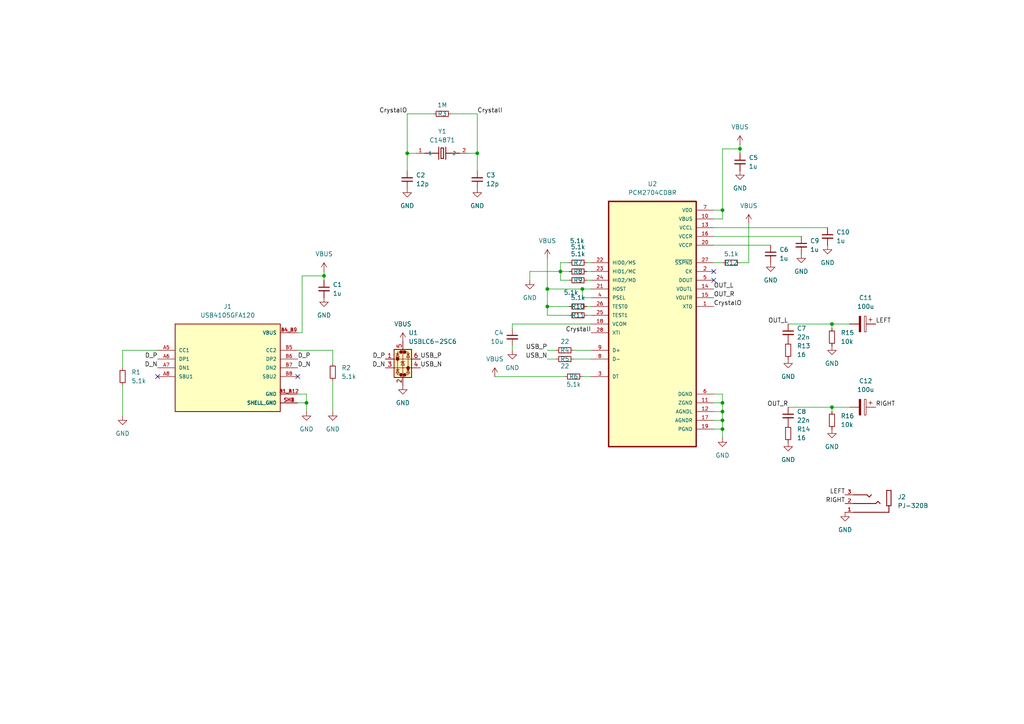
<source format=kicad_sch>
(kicad_sch (version 20231120) (generator "eeschema") (generator_version "8.0")
  (paper "A4")
  (lib_symbols
    (symbol "Device:C_Polarized" (pin_numbers hide) (pin_names (offset 0.254))
      (property "Reference" "C" (at 0.635 2.54 0))
      (property "Value" "C_Polarized" (at 0.635 -2.54 0))
      (symbol "C_Polarized_0_1"
        (rectangle (start -2.286 0.508) (end 2.286 1.016))
        (polyline (pts (xy -1.778 2.286) (xy -0.762 2.286)))
        (polyline (pts (xy -1.27 2.794) (xy -1.27 1.778)))
        (rectangle (start 2.286 -0.508) (end -2.286 -1.016) (fill (type outline)))
      )
      (symbol "C_Polarized_1_1"
        (pin passive line (at 0 3.81 270) (length 2.794) (name "~") (number "1"))
        (pin passive line (at 0 -3.81 90) (length 2.794) (name "~") (number "2"))
      )
    )
    (symbol "Device:C_Small" (pin_numbers hide) (pin_names (offset 0.254) hide)
      (property "Reference" "C" (at 0.254 1.778 0))
      (property "Value" "C_Small" (at 0.254 -2.032 0))
      (symbol "C_Small_0_1"
        (polyline (pts (xy -1.524 -0.508) (xy 1.524 -0.508)) (stroke (width 0.3302)))
        (polyline (pts (xy -1.524 0.508) (xy 1.524 0.508)) (stroke (width 0.3048)))
      )
      (symbol "C_Small_1_1"
        (pin passive line (at 0 2.54 270) (length 2.032) (name "~") (number "1"))
        (pin passive line (at 0 -2.54 90) (length 2.032) (name "~") (number "2"))
      )
    )
    (symbol "Device:R_Small" (pin_numbers hide) (pin_names (offset 0.254) hide)
      (property "Reference" "R" (at 0.762 0.508 0))
      (property "Value" "R_Small" (at 0.762 -1.016 0))
      (symbol "R_Small_0_1"
        (rectangle (start -0.762 1.778) (end 0.762 -1.778) (stroke (width 0.2032)))
      )
      (symbol "R_Small_1_1"
        (pin passive line (at 0 2.54 270) (length 0.762) (name "~") (number "1"))
        (pin passive line (at 0 -2.54 90) (length 0.762) (name "~") (number "2"))
      )
    )
    (symbol "FOXSDLF_120-20:FOXSDLF_120-20" (pin_names (offset 1.016))
      (property "Reference" "Y" (at -3.82 2.292 0))
      (property "Value" "FOXSDLF_120-20" (at -3.8157 -3.8157 0))
      (symbol "FOXSDLF_120-20_0_0"
        (polyline (pts (xy -5.08 0) (xy -1.016 0)) (stroke (width 0.254)))
        (polyline (pts (xy -1.016 0) (xy -1.016 -1.778)) (stroke (width 0.254)))
        (polyline (pts (xy -1.016 1.778) (xy -1.016 0)) (stroke (width 0.254)))
        (polyline (pts (xy -0.381 -1.524) (xy 0.381 -1.524)) (stroke (width 0.254)))
        (polyline (pts (xy -0.381 1.524) (xy -0.381 -1.524)) (stroke (width 0.254)))
        (polyline (pts (xy 0.381 -1.524) (xy 0.381 1.524)) (stroke (width 0.254)))
        (polyline (pts (xy 0.381 1.524) (xy -0.381 1.524)) (stroke (width 0.254)))
        (polyline (pts (xy 1.016 0) (xy 1.016 -1.778)) (stroke (width 0.254)))
        (polyline (pts (xy 1.016 1.778) (xy 1.016 0)) (stroke (width 0.254)))
        (polyline (pts (xy 5.08 0) (xy 1.016 0)) (stroke (width 0.254)))
        (pin passive line (at -7.62 0 0) (length 2.54) (name "1") (number "1"))
        (pin passive line (at 7.62 0 180) (length 2.54) (name "2") (number "2"))
      )
    )
    (symbol "PCM2704CDBR:PCM2704CDBR" (pin_names (offset 1.016))
      (property "Reference" "U" (at -12.7 36.56 0))
      (property "Value" "PCM2704CDBR" (at -12.7 -39.56 0))
      (symbol "PCM2704CDBR_0_0"
        (rectangle (start -12.7 -35.56) (end 12.7 35.56) (stroke (width 0.41)) (fill (type background)))
        (pin output line (at 17.78 5.08 180) (length 5.08) (name "XTO") (number "1"))
        (pin power_in line (at 17.78 30.48 180) (length 5.08) (name "VBUS") (number "10"))
        (pin power_in line (at 17.78 -22.86 180) (length 5.08) (name "ZGND") (number "11"))
        (pin power_in line (at 17.78 -25.4 180) (length 5.08) (name "AGNDL") (number "12"))
        (pin power_in line (at 17.78 27.94 180) (length 5.08) (name "VCCL") (number "13"))
        (pin output line (at 17.78 10.16 180) (length 5.08) (name "VOUTL") (number "14"))
        (pin output line (at 17.78 7.62 180) (length 5.08) (name "VOUTR") (number "15"))
        (pin power_in line (at 17.78 25.4 180) (length 5.08) (name "VCCR") (number "16"))
        (pin power_in line (at 17.78 -27.94 180) (length 5.08) (name "AGNDR") (number "17"))
        (pin input line (at -17.78 0 0) (length 5.08) (name "VCOM") (number "18"))
        (pin power_in line (at 17.78 -30.48 180) (length 5.08) (name "PGND") (number "19"))
        (pin output line (at 17.78 15.24 180) (length 5.08) (name "CK") (number "2"))
        (pin power_in line (at 17.78 22.86 180) (length 5.08) (name "VCCP") (number "20"))
        (pin input line (at -17.78 10.16 0) (length 5.08) (name "HOST") (number "21"))
        (pin input line (at -17.78 17.78 0) (length 5.08) (name "HID0/MS") (number "22"))
        (pin input line (at -17.78 15.24 0) (length 5.08) (name "HID1/MC") (number "23"))
        (pin input line (at -17.78 12.7 0) (length 5.08) (name "HID2/MD") (number "24"))
        (pin input line (at -17.78 2.54 0) (length 5.08) (name "TEST1") (number "25"))
        (pin input line (at -17.78 5.08 0) (length 5.08) (name "TEST0") (number "26"))
        (pin output line (at 17.78 17.78 180) (length 5.08) (name "~{SSPND}") (number "27"))
        (pin input line (at -17.78 -2.54 0) (length 5.08) (name "XTI") (number "28"))
        (pin bidirectional line (at -17.78 -15.24 0) (length 5.08) (name "DT") (number "3"))
        (pin input line (at -17.78 7.62 0) (length 5.08) (name "PSEL") (number "4"))
        (pin output line (at 17.78 12.7 180) (length 5.08) (name "DOUT") (number "5"))
        (pin power_in line (at 17.78 -20.32 180) (length 5.08) (name "DGND") (number "6"))
        (pin power_in line (at 17.78 33.02 180) (length 5.08) (name "VDD") (number "7"))
        (pin bidirectional line (at -17.78 -10.16 0) (length 5.08) (name "D-") (number "8"))
        (pin bidirectional line (at -17.78 -7.62 0) (length 5.08) (name "D+") (number "9"))
      )
    )
    (symbol "PJ-320B:PJ-320B" (pin_names (offset 1.016))
      (property "Reference" "J" (at -5.08 5.08 0))
      (property "Value" "PJ-320B" (at -5.08 -7.62 0))
      (symbol "PJ-320B_0_0"
        (polyline (pts (xy -5.715 -3.81) (xy -5.715 0.635)) (stroke (width 0.254)))
        (polyline (pts (xy -5.715 0.635) (xy -5.08 0.635)) (stroke (width 0.254)))
        (polyline (pts (xy -5.08 0.635) (xy -4.445 0.635)) (stroke (width 0.254)))
        (polyline (pts (xy -5.08 2.54) (xy -5.08 0.635)) (stroke (width 0.254)))
        (polyline (pts (xy -4.445 -3.81) (xy -5.715 -3.81)) (stroke (width 0.254)))
        (polyline (pts (xy -4.445 0.635) (xy -4.445 -3.81)) (stroke (width 0.254)))
        (polyline (pts (xy -1.905 -0.635) (xy -2.54 0)) (stroke (width 0.254)))
        (polyline (pts (xy -1.27 0) (xy -1.905 -0.635)) (stroke (width 0.254)))
        (polyline (pts (xy 0.635 -1.905) (xy 0 -2.54)) (stroke (width 0.254)))
        (polyline (pts (xy 1.27 -2.54) (xy 0.635 -1.905)) (stroke (width 0.254)))
        (polyline (pts (xy 5.08 -2.54) (xy 1.27 -2.54)) (stroke (width 0.254)))
        (polyline (pts (xy 5.08 0) (xy -1.27 0)) (stroke (width 0.254)))
        (polyline (pts (xy 5.08 2.54) (xy -5.08 2.54)) (stroke (width 0.254)))
        (pin passive line (at 7.62 2.54 180) (length 2.54) (name "~") (number "1"))
        (pin passive line (at 7.62 0 180) (length 2.54) (name "~") (number "2"))
        (pin passive line (at 7.62 -2.54 180) (length 2.54) (name "~") (number "3"))
      )
    )
    (symbol "Power_Protection:USBLC6-2SC6" (pin_names hide)
      (property "Reference" "U" (at 0.635 5.715 0))
      (property "Value" "USBLC6-2SC6" (at 0.635 3.81 0))
      (symbol "USBLC6-2SC6_0_0"
        (circle (center -1.524 0) (radius 0.0001) (stroke (width 0.508)))
        (circle (center -0.508 -4.572) (radius 0.0001) (stroke (width 0.508)))
        (circle (center -0.508 2.032) (radius 0.0001) (stroke (width 0.508)))
        (circle (center 0.508 -4.572) (radius 0.0001) (stroke (width 0.508)))
        (circle (center 0.508 2.032) (radius 0.0001) (stroke (width 0.508)))
        (circle (center 1.524 -2.54) (radius 0.0001) (stroke (width 0.508)))
      )
      (symbol "USBLC6-2SC6_0_1"
        (polyline (pts (xy -2.54 -2.54) (xy 2.54 -2.54)))
        (polyline (pts (xy -2.54 0) (xy 2.54 0)))
        (polyline (pts (xy -2.032 -3.048) (xy -1.016 -3.048)))
        (polyline (pts (xy -1.016 1.524) (xy -2.032 1.524)))
        (polyline (pts (xy 1.016 -3.048) (xy 2.032 -3.048)))
        (polyline (pts (xy 1.016 1.524) (xy 2.032 1.524)))
        (polyline (pts (xy -0.508 -1.143) (xy -0.508 -0.762) (xy 0.508 -0.762)))
        (polyline (pts (xy -2.032 0.508) (xy -1.016 0.508) (xy -1.524 1.524) (xy -2.032 0.508)))
        (polyline (pts (xy -1.016 -4.064) (xy -2.032 -4.064) (xy -1.524 -3.048) (xy -1.016 -4.064)))
        (polyline (pts (xy 0.508 -1.778) (xy -0.508 -1.778) (xy 0 -0.762) (xy 0.508 -1.778)))
        (polyline (pts (xy 2.032 -4.064) (xy 1.016 -4.064) (xy 1.524 -3.048) (xy 2.032 -4.064)))
        (polyline (pts (xy 2.032 0.508) (xy 1.016 0.508) (xy 1.524 1.524) (xy 2.032 0.508)))
        (polyline (pts (xy 0 2.54) (xy -0.508 2.032) (xy 0.508 2.032) (xy 0 1.524) (xy 0 -4.064) (xy -0.508 -4.572) (xy 0.508 -4.572) (xy 0 -5.08)))
      )
      (symbol "USBLC6-2SC6_1_1"
        (rectangle (start -2.54 2.794) (end 2.54 -5.334) (stroke (width 0.254)) (fill (type background)))
        (polyline (pts (xy -0.508 2.032) (xy -1.524 2.032) (xy -1.524 -4.572) (xy -0.508 -4.572)))
        (polyline (pts (xy 0.508 -4.572) (xy 1.524 -4.572) (xy 1.524 2.032) (xy 0.508 2.032)))
        (pin passive line (at -5.08 0 0) (length 2.54) (name "I/O1") (number "1"))
        (pin passive line (at 0 -7.62 90) (length 2.54) (name "GND") (number "2"))
        (pin passive line (at -5.08 -2.54 0) (length 2.54) (name "I/O2") (number "3"))
        (pin passive line (at 5.08 -2.54 180) (length 2.54) (name "I/O2") (number "4"))
        (pin passive line (at 0 5.08 270) (length 2.54) (name "VBUS") (number "5"))
        (pin passive line (at 5.08 0 180) (length 2.54) (name "I/O1") (number "6"))
      )
    )
    (symbol "USB4105GFA120:USB4105GFA120" (pin_names (offset 1.016))
      (property "Reference" "J" (at -15.24 13.97 0))
      (property "Value" "USB4105GFA120" (at -15.24 -15.24 0))
      (symbol "USB4105GFA120_0_0"
        (rectangle (start -15.24 -12.7) (end 15.24 12.7) (stroke (width 0.254)) (fill (type background)))
        (pin power_in line (at 20.32 -7.62 180) (length 5.08) (name "GND") (number "A1_B12"))
        (pin power_in line (at 20.32 10.16 180) (length 5.08) (name "VBUS") (number "A4_B9"))
        (pin bidirectional line (at -20.32 5.08 0) (length 5.08) (name "CC1") (number "A5"))
        (pin bidirectional line (at -20.32 2.54 0) (length 5.08) (name "DP1") (number "A6"))
        (pin bidirectional line (at -20.32 0 0) (length 5.08) (name "DN1") (number "A7"))
        (pin bidirectional line (at -20.32 -2.54 0) (length 5.08) (name "SBU1") (number "A8"))
        (pin power_in line (at 20.32 -7.62 180) (length 5.08) (name "GND") (number "B1_A12"))
        (pin power_in line (at 20.32 10.16 180) (length 5.08) (name "VBUS") (number "B4_A9"))
        (pin bidirectional line (at 20.32 5.08 180) (length 5.08) (name "CC2") (number "B5"))
        (pin bidirectional line (at 20.32 2.54 180) (length 5.08) (name "DP2") (number "B6"))
        (pin bidirectional line (at 20.32 0 180) (length 5.08) (name "DN2") (number "B7"))
        (pin bidirectional line (at 20.32 -2.54 180) (length 5.08) (name "SBU2") (number "B8"))
        (pin power_in line (at 20.32 -10.16 180) (length 5.08) (name "SHELL_GND") (number "SH1"))
        (pin power_in line (at 20.32 -10.16 180) (length 5.08) (name "SHELL_GND") (number "SH2"))
        (pin power_in line (at 20.32 -10.16 180) (length 5.08) (name "SHELL_GND") (number "SH3"))
        (pin power_in line (at 20.32 -10.16 180) (length 5.08) (name "SHELL_GND") (number "SH4"))
      )
    )
    (symbol "power:GND" (power) (pin_numbers hide) (pin_names (offset 0) hide)
      (property "Value" "GND" (at 0 -3.81 0))
      (symbol "GND_0_1"
        (polyline (pts (xy 0 0) (xy 0 -1.27) (xy 1.27 -1.27) (xy 0 -2.54) (xy -1.27 -1.27) (xy 0 -1.27)))
      )
      (symbol "GND_1_1"
        (pin power_in line (at 0 0 270) (length 0) (name "~") (number "1"))
      )
    )
    (symbol "power:VBUS" (power) (pin_numbers hide) (pin_names (offset 0) hide)
      (property "Value" "VBUS" (at 0 3.556 0))
      (symbol "VBUS_0_1"
        (polyline (pts (xy -0.762 1.27) (xy 0 2.54)))
        (polyline (pts (xy 0 0) (xy 0 2.54)))
        (polyline (pts (xy 0 2.54) (xy 0.762 1.27)))
      )
      (symbol "VBUS_1_1"
        (pin power_in line (at 0 0 90) (length 0) (name "~") (number "1"))
      )
    )
  )
  (junction (at 209.55 119.38))
  (junction (at 93.98 80.01))
  (junction (at 209.55 60.96))
  (junction (at 162.56 78.74))
  (junction (at 214.63 43.18))
  (junction (at 209.55 124.46))
  (junction (at 158.75 88.9))
  (junction (at 88.9 116.84))
  (junction (at 118.11 44.45))
  (junction (at 168.91 83.82))
  (junction (at 241.3 93.98))
  (junction (at 209.55 116.84))
  (junction (at 138.43 44.45))
  (junction (at 241.3 118.11))
  (junction (at 158.75 83.82))
  (junction (at 209.55 121.92))
  (no_connect (at 45.72 109.22))
  (no_connect (at 207.01 81.28))
  (no_connect (at 207.01 78.74))
  (no_connect (at 86.36 109.22))
  (wire (pts (xy 207.01 68.58) (xy 232.41 68.58)))
  (wire (pts (xy 138.43 33.02) (xy 138.43 44.45)))
  (wire (pts (xy 207.01 71.12) (xy 223.52 71.12)))
  (wire (pts (xy 118.11 44.45) (xy 118.11 49.53)))
  (wire (pts (xy 162.56 76.2) (xy 162.56 78.74)))
  (wire (pts (xy 158.75 83.82) (xy 168.91 83.82)))
  (wire (pts (xy 217.17 64.77) (xy 217.17 76.2)))
  (wire (pts (xy 96.52 110.49) (xy 96.52 119.38)))
  (wire (pts (xy 207.01 63.5) (xy 209.55 63.5)))
  (wire (pts (xy 162.56 78.74) (xy 165.1 78.74)))
  (wire (pts (xy 241.3 119.38) (xy 241.3 118.11)))
  (wire (pts (xy 135.89 44.45) (xy 138.43 44.45)))
  (wire (pts (xy 35.56 101.6) (xy 35.56 106.68)))
  (wire (pts (xy 228.6 93.98) (xy 241.3 93.98)))
  (wire (pts (xy 143.51 109.22) (xy 163.83 109.22)))
  (wire (pts (xy 170.18 91.44) (xy 171.45 91.44)))
  (wire (pts (xy 130.81 33.02) (xy 138.43 33.02)))
  (wire (pts (xy 209.55 43.18) (xy 209.55 60.96)))
  (wire (pts (xy 171.45 83.82) (xy 168.91 83.82)))
  (wire (pts (xy 86.36 101.6) (xy 96.52 101.6)))
  (wire (pts (xy 209.55 124.46) (xy 209.55 127)))
  (wire (pts (xy 153.67 81.28) (xy 153.67 78.74)))
  (wire (pts (xy 241.3 95.25) (xy 241.3 93.98)))
  (wire (pts (xy 209.55 119.38) (xy 209.55 121.92)))
  (wire (pts (xy 209.55 121.92) (xy 209.55 124.46)))
  (wire (pts (xy 45.72 101.6) (xy 35.56 101.6)))
  (wire (pts (xy 214.63 41.91) (xy 214.63 43.18)))
  (wire (pts (xy 165.1 88.9) (xy 158.75 88.9)))
  (wire (pts (xy 162.56 81.28) (xy 162.56 78.74)))
  (wire (pts (xy 207.01 76.2) (xy 209.55 76.2)))
  (wire (pts (xy 170.18 78.74) (xy 171.45 78.74)))
  (wire (pts (xy 86.36 96.52) (xy 87.63 96.52)))
  (wire (pts (xy 207.01 116.84) (xy 209.55 116.84)))
  (wire (pts (xy 166.37 104.14) (xy 171.45 104.14)))
  (wire (pts (xy 153.67 78.74) (xy 162.56 78.74)))
  (wire (pts (xy 170.18 81.28) (xy 171.45 81.28)))
  (wire (pts (xy 209.55 114.3) (xy 209.55 116.84)))
  (wire (pts (xy 207.01 66.04) (xy 240.03 66.04)))
  (wire (pts (xy 166.37 101.6) (xy 171.45 101.6)))
  (wire (pts (xy 214.63 43.18) (xy 214.63 44.45)))
  (wire (pts (xy 165.1 76.2) (xy 162.56 76.2)))
  (wire (pts (xy 168.91 83.82) (xy 168.91 86.36)))
  (wire (pts (xy 209.55 116.84) (xy 209.55 119.38)))
  (wire (pts (xy 86.36 114.3) (xy 88.9 114.3)))
  (wire (pts (xy 171.45 93.98) (xy 148.59 93.98)))
  (wire (pts (xy 217.17 76.2) (xy 214.63 76.2)))
  (wire (pts (xy 209.55 60.96) (xy 207.01 60.96)))
  (wire (pts (xy 207.01 114.3) (xy 209.55 114.3)))
  (wire (pts (xy 228.6 118.11) (xy 241.3 118.11)))
  (wire (pts (xy 35.56 111.76) (xy 35.56 120.65)))
  (wire (pts (xy 207.01 119.38) (xy 209.55 119.38)))
  (wire (pts (xy 158.75 91.44) (xy 158.75 88.9)))
  (wire (pts (xy 158.75 88.9) (xy 158.75 83.82)))
  (wire (pts (xy 207.01 121.92) (xy 209.55 121.92)))
  (wire (pts (xy 118.11 33.02) (xy 118.11 44.45)))
  (wire (pts (xy 165.1 91.44) (xy 158.75 91.44)))
  (wire (pts (xy 88.9 119.38) (xy 88.9 116.84)))
  (wire (pts (xy 209.55 63.5) (xy 209.55 60.96)))
  (wire (pts (xy 158.75 74.93) (xy 158.75 83.82)))
  (wire (pts (xy 158.75 104.14) (xy 161.29 104.14)))
  (wire (pts (xy 168.91 86.36) (xy 171.45 86.36)))
  (wire (pts (xy 148.59 100.33) (xy 148.59 101.6)))
  (wire (pts (xy 120.65 44.45) (xy 118.11 44.45)))
  (wire (pts (xy 138.43 44.45) (xy 138.43 49.53)))
  (wire (pts (xy 209.55 43.18) (xy 214.63 43.18)))
  (wire (pts (xy 165.1 81.28) (xy 162.56 81.28)))
  (wire (pts (xy 93.98 80.01) (xy 93.98 81.28)))
  (wire (pts (xy 241.3 93.98) (xy 246.38 93.98)))
  (wire (pts (xy 87.63 96.52) (xy 87.63 80.01)))
  (wire (pts (xy 96.52 101.6) (xy 96.52 105.41)))
  (wire (pts (xy 170.18 76.2) (xy 171.45 76.2)))
  (wire (pts (xy 88.9 116.84) (xy 88.9 114.3)))
  (wire (pts (xy 93.98 78.74) (xy 93.98 80.01)))
  (wire (pts (xy 148.59 93.98) (xy 148.59 95.25)))
  (wire (pts (xy 125.73 33.02) (xy 118.11 33.02)))
  (wire (pts (xy 207.01 124.46) (xy 209.55 124.46)))
  (wire (pts (xy 241.3 118.11) (xy 246.38 118.11)))
  (wire (pts (xy 170.18 88.9) (xy 171.45 88.9)))
  (wire (pts (xy 168.91 109.22) (xy 171.45 109.22)))
  (wire (pts (xy 86.36 116.84) (xy 88.9 116.84)))
  (wire (pts (xy 87.63 80.01) (xy 93.98 80.01)))
  (wire (pts (xy 158.75 101.6) (xy 161.29 101.6)))
  (label "USB_P" (at 121.92 104.14 0))
  (label "RIGHT" (at 245.11 146.05 180))
  (label "CrystalO" (at 207.01 88.9 0))
  (label "CrystalI" (at 138.43 33.02 0))
  (label "OUT_R" (at 207.01 86.36 0))
  (label "D_P" (at 86.36 104.14 0))
  (label "USB_N" (at 121.92 106.68 0))
  (label "D_N" (at 111.76 106.68 180))
  (label "D_N" (at 45.72 106.68 180))
  (label "D_P" (at 111.76 104.14 180))
  (label "LEFT" (at 245.11 143.51 180))
  (label "OUT_R" (at 228.6 118.11 180))
  (label "OUT_L" (at 207.01 83.82 0))
  (label "LEFT" (at 254 93.98 0))
  (label "CrystalI" (at 171.45 96.52 180))
  (label "D_P" (at 45.72 104.14 180))
  (label "CrystalO" (at 118.11 33.02 180))
  (label "USB_N" (at 158.75 104.14 180))
  (label "D_N" (at 86.36 106.68 0))
  (label "OUT_L" (at 228.6 93.98 180))
  (label "USB_P" (at 158.75 101.6 180))
  (label "RIGHT" (at 254 118.11 0))
  (symbol (lib_id "PCM2704CDBR:PCM2704CDBR") (at 189.23 93.98 0) (unit 1)
    (property "Reference" "U2" (at 189.23 53.34 0))
    (property "Value" "PCM2704CDBR" (at 189.23 55.88 0))
    (property "Footprint" "PCM2704CDBR:SOP65P780X200-28N" (effects (hide yes)))
    (property "MF" "Texas Instruments" (effects (hide yes)))
    (property "Description_1" "\n                        \n                            98dB SNR Stereo Full Speed DAC with line-out & S/PDIF output, Bus/Self-powered (Ext. ROM Interface)\n                        \n" (effects (hide yes)))
    (property "Package" "SSOP-28 Texas Instruments" (effects (hide yes)))
    (property "Price" "None" (effects (hide yes)))
    (property "SnapEDA_Link" "https://www.snapeda.com/parts/PCM2704CDBR/Texas+Instruments/view-part/?ref=snap" (effects (hide yes)))
    (property "MP" "PCM2704CDBR" (effects (hide yes)))
    (property "Availability" "In Stock" (effects (hide yes)))
    (property "Check_prices" "https://www.snapeda.com/parts/PCM2704CDBR/Texas+Instruments/view-part/?ref=eda" (effects (hide yes)))
  )
  (symbol (lib_id "power:GND") (at 245.11 148.59 0) (unit 1)
    (property "Reference" "#PWR025" (effects (hide yes)))
    (property "Value" "GND" (at 245.11 153.67 0))
    (property "Description" "Power symbol creates a global label with name \"GND\" , ground" (effects (hide yes)))
  )
  (symbol (lib_id "power:GND") (at 240.03 71.12 0) (unit 1)
    (property "Reference" "#PWR022" (effects (hide yes)))
    (property "Value" "GND" (at 240.03 76.2 0))
    (property "Description" "Power symbol creates a global label with name \"GND\" , ground" (effects (hide yes)))
  )
  (symbol (lib_id "Device:R_Small") (at 241.3 121.92 0) (unit 1)
    (property "Reference" "R16" (at 243.84 120.6499 0) (effects (justify left)))
    (property "Value" "10k" (at 243.84 123.1899 0) (effects (justify left)))
    (property "Footprint" "Resistor_SMD:R_0603_1608Metric_Pad0.98x0.95mm_HandSolder" (effects (hide yes)))
    (property "Description" "Resistor, small symbol" (effects (hide yes)))
  )
  (symbol (lib_id "Device:C_Small") (at 223.52 73.66 0) (unit 1)
    (property "Reference" "C6" (at 226.06 72.3962 0) (effects (justify left)))
    (property "Value" "1u" (at 226.06 74.9362 0) (effects (justify left)))
    (property "Footprint" "Capacitor_SMD:C_0805_2012Metric_Pad1.18x1.45mm_HandSolder" (effects (hide yes)))
    (property "Description" "Unpolarized capacitor, small symbol" (effects (hide yes)))
  )
  (symbol (lib_id "Power_Protection:USBLC6-2SC6") (at 116.84 104.14 0) (unit 1)
    (property "Reference" "U1" (at 118.4911 96.52 0) (effects (justify left)))
    (property "Value" "USBLC6-2SC6" (at 118.4911 99.06 0) (effects (justify left)))
    (property "Footprint" "Package_TO_SOT_SMD:SOT-23-6" (effects (hide yes)))
    (property "Datasheet" "https://www.st.com/resource/en/datasheet/usblc6-2.pdf" (effects (hide yes)))
    (property "Description" "Very low capacitance ESD protection diode, 2 data-line, SOT-23-6" (effects (hide yes)))
  )
  (symbol (lib_id "Device:R_Small") (at 35.56 109.22 0) (unit 1)
    (property "Reference" "R1" (at 38.1 107.9499 0) (effects (justify left)))
    (property "Value" "5.1k" (at 38.1 110.4899 0) (effects (justify left)))
    (property "Footprint" "Resistor_SMD:R_0603_1608Metric_Pad0.98x0.95mm_HandSolder" (effects (hide yes)))
    (property "Description" "Resistor, small symbol" (effects (hide yes)))
  )
  (symbol (lib_id "power:GND") (at 228.6 128.27 0) (unit 1)
    (property "Reference" "#PWR020" (effects (hide yes)))
    (property "Value" "GND" (at 228.6 133.35 0))
    (property "Description" "Power symbol creates a global label with name \"GND\" , ground" (effects (hide yes)))
  )
  (symbol (lib_id "power:VBUS") (at 93.98 78.74 0) (unit 1)
    (property "Reference" "#PWR03" (effects (hide yes)))
    (property "Value" "VBUS" (at 93.98 73.66 0))
    (property "Description" "Power symbol creates a global label with name \"VBUS\"" (effects (hide yes)))
  )
  (symbol (lib_id "Device:C_Small") (at 214.63 46.99 0) (unit 1)
    (property "Reference" "C5" (at 217.17 45.7262 0) (effects (justify left)))
    (property "Value" "1u" (at 217.17 48.2662 0) (effects (justify left)))
    (property "Footprint" "Capacitor_SMD:C_0805_2012Metric_Pad1.18x1.45mm_HandSolder" (effects (hide yes)))
    (property "Description" "Unpolarized capacitor, small symbol" (effects (hide yes)))
  )
  (symbol (lib_id "Device:R_Small") (at 96.52 107.95 0) (unit 1)
    (property "Reference" "R2" (at 99.06 106.6799 0) (effects (justify left)))
    (property "Value" "5.1k" (at 99.06 109.2199 0) (effects (justify left)))
    (property "Footprint" "Resistor_SMD:R_0603_1608Metric_Pad0.98x0.95mm_HandSolder" (effects (hide yes)))
    (property "Description" "Resistor, small symbol" (effects (hide yes)))
  )
  (symbol (lib_id "Device:R_Small") (at 212.09 76.2 90) (unit 1)
    (property "Reference" "R12" (at 212.09 76.2 90))
    (property "Value" "5.1k" (at 212.09 73.66 90))
    (property "Footprint" "Resistor_SMD:R_0603_1608Metric_Pad0.98x0.95mm_HandSolder" (effects (hide yes)))
    (property "Description" "Resistor, small symbol" (effects (hide yes)))
  )
  (symbol (lib_id "Device:R_Small") (at 167.64 78.74 90) (unit 1)
    (property "Reference" "R8" (at 167.64 78.74 90))
    (property "Value" "5.1k" (at 167.386 69.85 90))
    (property "Footprint" "Resistor_SMD:R_0603_1608Metric_Pad0.98x0.95mm_HandSolder" (effects (hide yes)))
    (property "Description" "Resistor, small symbol" (effects (hide yes)))
  )
  (symbol (lib_id "Device:C_Small") (at 240.03 68.58 0) (unit 1)
    (property "Reference" "C10" (at 242.57 67.3162 0) (effects (justify left)))
    (property "Value" "1u" (at 242.57 69.8562 0) (effects (justify left)))
    (property "Footprint" "Capacitor_SMD:C_0805_2012Metric_Pad1.18x1.45mm_HandSolder" (effects (hide yes)))
    (property "Description" "Unpolarized capacitor, small symbol" (effects (hide yes)))
  )
  (symbol (lib_id "Device:C_Small") (at 138.43 52.07 180) (unit 1)
    (property "Reference" "C3" (at 140.97 50.7935 0) (effects (justify right)))
    (property "Value" "12p" (at 140.97 53.3335 0) (effects (justify right)))
    (property "Footprint" "Capacitor_SMD:C_0603_1608Metric_Pad1.08x0.95mm_HandSolder" (effects (hide yes)))
    (property "Description" "Unpolarized capacitor, small symbol" (effects (hide yes)))
  )
  (symbol (lib_id "power:GND") (at 96.52 119.38 0) (unit 1)
    (property "Reference" "#PWR05" (effects (hide yes)))
    (property "Value" "GND" (at 96.52 124.46 0))
    (property "Description" "Power symbol creates a global label with name \"GND\" , ground" (effects (hide yes)))
  )
  (symbol (lib_id "Device:R_Small") (at 166.37 109.22 90) (unit 1)
    (property "Reference" "R6" (at 166.37 109.22 90))
    (property "Value" "5.1k" (at 166.37 111.506 90))
    (property "Footprint" "Resistor_SMD:R_0603_1608Metric_Pad0.98x0.95mm_HandSolder" (effects (hide yes)))
    (property "Description" "Resistor, small symbol" (effects (hide yes)))
  )
  (symbol (lib_id "power:GND") (at 148.59 101.6 0) (unit 1)
    (property "Reference" "#PWR011" (effects (hide yes)))
    (property "Value" "GND" (at 148.59 106.68 0))
    (property "Description" "Power symbol creates a global label with name \"GND\" , ground" (effects (hide yes)))
  )
  (symbol (lib_id "power:GND") (at 241.3 124.46 0) (unit 1)
    (property "Reference" "#PWR024" (effects (hide yes)))
    (property "Value" "GND" (at 241.3 129.54 0))
    (property "Description" "Power symbol creates a global label with name \"GND\" , ground" (effects (hide yes)))
  )
  (symbol (lib_id "power:VBUS") (at 214.63 41.91 0) (unit 1)
    (property "Reference" "#PWR015" (effects (hide yes)))
    (property "Value" "VBUS" (at 214.63 36.83 0))
    (property "Description" "Power symbol creates a global label with name \"VBUS\"" (effects (hide yes)))
  )
  (symbol (lib_id "Device:C_Small") (at 228.6 96.52 0) (unit 1)
    (property "Reference" "C7" (at 231.14 95.2562 0) (effects (justify left)))
    (property "Value" "22n" (at 231.14 97.7962 0) (effects (justify left)))
    (property "Footprint" "Capacitor_SMD:C_0603_1608Metric_Pad1.08x0.95mm_HandSolder" (effects (hide yes)))
    (property "Description" "Unpolarized capacitor, small symbol" (effects (hide yes)))
  )
  (symbol (lib_id "power:VBUS") (at 217.17 64.77 0) (unit 1)
    (property "Reference" "#PWR017" (effects (hide yes)))
    (property "Value" "VBUS" (at 217.17 59.69 0))
    (property "Description" "Power symbol creates a global label with name \"VBUS\"" (effects (hide yes)))
  )
  (symbol (lib_id "power:VBUS") (at 143.51 109.22 0) (unit 1)
    (property "Reference" "#PWR010" (effects (hide yes)))
    (property "Value" "VBUS" (at 143.51 104.14 0))
    (property "Description" "Power symbol creates a global label with name \"VBUS\"" (effects (hide yes)))
  )
  (symbol (lib_id "Device:R_Small") (at 167.64 91.44 90) (unit 1)
    (property "Reference" "R11" (at 167.64 91.44 90))
    (property "Value" "5.1k" (at 165.608 84.836 90))
    (property "Footprint" "Resistor_SMD:R_0603_1608Metric_Pad0.98x0.95mm_HandSolder" (effects (hide yes)))
    (property "Description" "Resistor, small symbol" (effects (hide yes)))
  )
  (symbol (lib_id "power:GND") (at 138.43 54.61 0) (unit 1)
    (property "Reference" "#PWR09" (effects (hide yes)))
    (property "Value" "GND" (at 138.43 59.69 0))
    (property "Description" "Power symbol creates a global label with name \"GND\" , ground" (effects (hide yes)))
  )
  (symbol (lib_id "power:GND") (at 153.67 81.28 0) (unit 1)
    (property "Reference" "#PWR012" (effects (hide yes)))
    (property "Value" "GND" (at 153.67 86.36 0))
    (property "Description" "Power symbol creates a global label with name \"GND\" , ground" (effects (hide yes)))
  )
  (symbol (lib_id "power:GND") (at 209.55 127 0) (unit 1)
    (property "Reference" "#PWR014" (effects (hide yes)))
    (property "Value" "GND" (at 209.55 132.08 0))
    (property "Description" "Power symbol creates a global label with name \"GND\" , ground" (effects (hide yes)))
  )
  (symbol (lib_id "Device:R_Small") (at 228.6 101.6 0) (unit 1)
    (property "Reference" "R13" (at 231.14 100.3299 0) (effects (justify left)))
    (property "Value" "16" (at 231.14 102.8699 0) (effects (justify left)))
    (property "Footprint" "Resistor_SMD:R_0603_1608Metric_Pad0.98x0.95mm_HandSolder" (effects (hide yes)))
    (property "Description" "Resistor, small symbol" (effects (hide yes)))
  )
  (symbol (lib_id "Device:C_Small") (at 148.59 97.79 0) (mirror y) (unit 1)
    (property "Reference" "C4" (at 146.05 96.5262 0) (effects (justify left)))
    (property "Value" "10u" (at 146.05 99.0662 0) (effects (justify left)))
    (property "Footprint" "Capacitor_SMD:C_0805_2012Metric_Pad1.18x1.45mm_HandSolder" (effects (hide yes)))
    (property "Description" "Unpolarized capacitor, small symbol" (effects (hide yes)))
  )
  (symbol (lib_id "power:GND") (at 241.3 100.33 0) (unit 1)
    (property "Reference" "#PWR023" (effects (hide yes)))
    (property "Value" "GND" (at 241.3 105.41 0))
    (property "Description" "Power symbol creates a global label with name \"GND\" , ground" (effects (hide yes)))
  )
  (symbol (lib_id "FOXSDLF_120-20:FOXSDLF_120-20") (at 128.27 44.45 0) (unit 1)
    (property "Reference" "Y1" (at 128.27 38.1 0))
    (property "Value" "C14871" (at 128.27 40.64 0))
    (property "Footprint" "FOXSDLF_120-20:XTAL1170X500X450" (effects (hide yes)))
    (property "MF" "Fox Electronics" (effects (hide yes)))
    (property "Description_1" "\n                        \n                            CRYSTAL, 12MHz, 20PF, SMD; Frequency:12MHz; Frequency Tolerance:± 30ppm; Load Capacitance:20pF; Operating Temperature Range:-20°C to +70°C; Crystal Mounting Type:SMD; Crystal Case Type:HC-49S; No. of Pins:2; MSL:MSL 1 - Unlimited\n                        \n" (effects (hide yes)))
    (property "Package" "HC49SD Fox Electronics" (effects (hide yes)))
    (property "Price" "None" (effects (hide yes)))
    (property "Check_prices" "https://www.snapeda.com/parts/FOXSDLF/120-20/Fox+Electronics/view-part/?ref=eda" (effects (hide yes)))
    (property "SnapEDA_Link" "https://www.snapeda.com/parts/FOXSDLF/120-20/Fox+Electronics/view-part/?ref=snap" (effects (hide yes)))
    (property "MP" "FOXSDLF/120-20" (effects (hide yes)))
    (property "Availability" "Not in stock" (effects (hide yes)))
    (property "MANUFACTURER" "Fox Electronics" (effects (hide yes)))
  )
  (symbol (lib_id "power:GND") (at 35.56 120.65 0) (unit 1)
    (property "Reference" "#PWR01" (effects (hide yes)))
    (property "Value" "GND" (at 35.56 125.73 0))
    (property "Description" "Power symbol creates a global label with name \"GND\" , ground" (effects (hide yes)))
  )
  (symbol (lib_id "power:GND") (at 116.84 111.76 0) (unit 1)
    (property "Reference" "#PWR07" (effects (hide yes)))
    (property "Value" "GND" (at 116.84 116.84 0))
    (property "Description" "Power symbol creates a global label with name \"GND\" , ground" (effects (hide yes)))
  )
  (symbol (lib_id "Device:R_Small") (at 163.83 104.14 270) (unit 1)
    (property "Reference" "R5" (at 163.83 104.14 90))
    (property "Value" "22" (at 163.83 106.172 90))
    (property "Footprint" "Resistor_SMD:R_0603_1608Metric_Pad0.98x0.95mm_HandSolder" (effects (hide yes)))
    (property "Description" "Resistor, small symbol" (effects (hide yes)))
  )
  (symbol (lib_id "USB4105GFA120:USB4105GFA120") (at 66.04 106.68 0) (unit 1)
    (property "Reference" "J1" (at 66.04 88.9 0))
    (property "Value" "USB4105GFA120" (at 66.04 91.44 0))
    (property "Footprint" "USB4105GFA120:GCT_USB4105GFA120" (effects (hide yes)))
    (property "MF" "Global Connector Technology" (effects (hide yes)))
    (property "MAXIMUM_PACKAGE_HEIGHT" "3.31mm" (effects (hide yes)))
    (property "Package" "None" (effects (hide yes)))
    (property "Price" "None" (effects (hide yes)))
    (property "Check_prices" "https://www.snapeda.com/parts/USB4105GFA120/Global+Connector+Technology/view-part/?ref=eda" (effects (hide yes)))
    (property "STANDARD" "Manufacturer Recommendations" (effects (hide yes)))
    (property "PARTREV" "B3" (effects (hide yes)))
    (property "SnapEDA_Link" "https://www.snapeda.com/parts/USB4105GFA120/Global+Connector+Technology/view-part/?ref=snap" (effects (hide yes)))
    (property "MP" "USB4105GFA120" (effects (hide yes)))
    (property "Description_1" "\n                        \n                            USB CONN, 2.0 TYPE C, RCPT, 16POS, SMT; USB Connector Type:USB Type C; USB Standard:USB 2.0; Gender:Receptacle; No. of Positions:16Positions; Connector Mounting:Surface Mount, Through Hole Mount; Orientation:Right Angle RoHS Compliant: Yes\n                        \n" (effects (hide yes)))
    (property "Availability" "Not in stock" (effects (hide yes)))
    (property "MANUFACTURER" "Global Connector Technology" (effects (hide yes)))
  )
  (symbol (lib_id "Device:R_Small") (at 128.27 33.02 90) (unit 1)
    (property "Reference" "R3" (at 128.27 33.02 90))
    (property "Value" "1M" (at 128.27 30.48 90))
    (property "Footprint" "Resistor_SMD:R_0603_1608Metric_Pad0.98x0.95mm_HandSolder" (effects (hide yes)))
    (property "Description" "Resistor, small symbol" (effects (hide yes)))
  )
  (symbol (lib_id "Device:C_Small") (at 228.6 120.65 0) (unit 1)
    (property "Reference" "C8" (at 231.14 119.3862 0) (effects (justify left)))
    (property "Value" "22n" (at 231.14 121.9262 0) (effects (justify left)))
    (property "Footprint" "Capacitor_SMD:C_0603_1608Metric_Pad1.08x0.95mm_HandSolder" (effects (hide yes)))
    (property "Description" "Unpolarized capacitor, small symbol" (effects (hide yes)))
  )
  (symbol (lib_id "Device:C_Small") (at 232.41 71.12 0) (unit 1)
    (property "Reference" "C9" (at 234.95 69.8562 0) (effects (justify left)))
    (property "Value" "1u" (at 234.95 72.3962 0) (effects (justify left)))
    (property "Footprint" "Capacitor_SMD:C_0805_2012Metric_Pad1.18x1.45mm_HandSolder" (effects (hide yes)))
    (property "Description" "Unpolarized capacitor, small symbol" (effects (hide yes)))
  )
  (symbol (lib_id "power:GND") (at 232.41 73.66 0) (unit 1)
    (property "Reference" "#PWR021" (effects (hide yes)))
    (property "Value" "GND" (at 232.41 78.74 0))
    (property "Description" "Power symbol creates a global label with name \"GND\" , ground" (effects (hide yes)))
  )
  (symbol (lib_id "power:VBUS") (at 116.84 99.06 0) (unit 1)
    (property "Reference" "#PWR06" (effects (hide yes)))
    (property "Value" "VBUS" (at 116.84 93.98 0))
    (property "Description" "Power symbol creates a global label with name \"VBUS\"" (effects (hide yes)))
  )
  (symbol (lib_id "power:GND") (at 223.52 76.2 0) (unit 1)
    (property "Reference" "#PWR018" (effects (hide yes)))
    (property "Value" "GND" (at 223.52 81.28 0))
    (property "Description" "Power symbol creates a global label with name \"GND\" , ground" (effects (hide yes)))
  )
  (symbol (lib_id "PJ-320B:PJ-320B") (at 252.73 146.05 180) (unit 1)
    (property "Reference" "J2" (at 260.35 144.1449 0) (effects (justify right)))
    (property "Value" "PJ-320B" (at 260.35 146.6849 0) (effects (justify right)))
    (property "Footprint" "PJ-320B:BOOMELE_PJ-320B" (effects (hide yes)))
    (property "MF" "Luoyang Dishang electronics" (effects (hide yes)))
    (property "MAXIMUM_PACKAGE_HEIGHT" "5mm" (effects (hide yes)))
    (property "Package" "Package" (effects (hide yes)))
    (property "Price" "None" (effects (hide yes)))
    (property "Check_prices" "https://www.snapeda.com/parts/PJ-320B/Luoyang+Dishang+electronics/view-part/?ref=eda" (effects (hide yes)))
    (property "STANDARD" "Manufacturer Recommendation" (effects (hide yes)))
    (property "SnapEDA_Link" "https://www.snapeda.com/parts/PJ-320B/Luoyang+Dishang+electronics/view-part/?ref=snap" (effects (hide yes)))
    (property "MP" "PJ-320B" (effects (hide yes)))
    (property "Description_1" "\n                        \n                            Headphone jack\n                        \n" (effects (hide yes)))
    (property "Availability" "Not in stock" (effects (hide yes)))
    (property "MANUFACTURER" "Luoyang Dishang electronics" (effects (hide yes)))
  )
  (symbol (lib_id "Device:C_Polarized") (at 250.19 93.98 270) (unit 1)
    (property "Reference" "C11" (at 251.079 86.36 90))
    (property "Value" "100u" (at 251.079 88.9 90))
    (property "Footprint" "Capacitor_SMD:C_Elec_6.3x7.7" (effects (hide yes)))
    (property "Description" "Polarized capacitor" (effects (hide yes)))
  )
  (symbol (lib_id "power:VBUS") (at 158.75 74.93 0) (unit 1)
    (property "Reference" "#PWR013" (effects (hide yes)))
    (property "Value" "VBUS" (at 158.75 69.85 0))
    (property "Description" "Power symbol creates a global label with name \"VBUS\"" (effects (hide yes)))
  )
  (symbol (lib_id "Device:R_Small") (at 167.64 76.2 90) (unit 1)
    (property "Reference" "R7" (at 167.64 76.2 90))
    (property "Value" "5.1k" (at 167.64 73.66 90))
    (property "Footprint" "Resistor_SMD:R_0603_1608Metric_Pad0.98x0.95mm_HandSolder" (effects (hide yes)))
    (property "Description" "Resistor, small symbol" (effects (hide yes)))
  )
  (symbol (lib_id "Device:R_Small") (at 163.83 101.6 90) (unit 1)
    (property "Reference" "R4" (at 163.83 101.6 90))
    (property "Value" "22" (at 163.83 99.06 90))
    (property "Footprint" "Resistor_SMD:R_0603_1608Metric_Pad0.98x0.95mm_HandSolder" (effects (hide yes)))
    (property "Description" "Resistor, small symbol" (effects (hide yes)))
  )
  (symbol (lib_id "power:GND") (at 228.6 104.14 0) (unit 1)
    (property "Reference" "#PWR019" (effects (hide yes)))
    (property "Value" "GND" (at 228.6 109.22 0))
    (property "Description" "Power symbol creates a global label with name \"GND\" , ground" (effects (hide yes)))
  )
  (symbol (lib_id "Device:R_Small") (at 167.64 88.9 90) (unit 1)
    (property "Reference" "R10" (at 167.64 88.9 90))
    (property "Value" "5.1k" (at 167.64 86.36 90))
    (property "Footprint" "Resistor_SMD:R_0603_1608Metric_Pad0.98x0.95mm_HandSolder" (effects (hide yes)))
    (property "Description" "Resistor, small symbol" (effects (hide yes)))
  )
  (symbol (lib_id "power:GND") (at 118.11 54.61 0) (unit 1)
    (property "Reference" "#PWR08" (effects (hide yes)))
    (property "Value" "GND" (at 118.11 59.69 0))
    (property "Description" "Power symbol creates a global label with name \"GND\" , ground" (effects (hide yes)))
  )
  (symbol (lib_id "Device:R_Small") (at 241.3 97.79 0) (unit 1)
    (property "Reference" "R15" (at 243.84 96.5199 0) (effects (justify left)))
    (property "Value" "10k" (at 243.84 99.0599 0) (effects (justify left)))
    (property "Footprint" "Resistor_SMD:R_0603_1608Metric_Pad0.98x0.95mm_HandSolder" (effects (hide yes)))
    (property "Description" "Resistor, small symbol" (effects (hide yes)))
  )
  (symbol (lib_id "power:GND") (at 214.63 49.53 0) (unit 1)
    (property "Reference" "#PWR016" (effects (hide yes)))
    (property "Value" "GND" (at 214.63 54.61 0))
    (property "Description" "Power symbol creates a global label with name \"GND\" , ground" (effects (hide yes)))
  )
  (symbol (lib_id "Device:C_Small") (at 93.98 83.82 0) (unit 1)
    (property "Reference" "C1" (at 96.52 82.5562 0) (effects (justify left)))
    (property "Value" "1u" (at 96.52 85.0962 0) (effects (justify left)))
    (property "Footprint" "Capacitor_SMD:C_0805_2012Metric_Pad1.18x1.45mm_HandSolder" (effects (hide yes)))
    (property "Description" "Unpolarized capacitor, small symbol" (effects (hide yes)))
  )
  (symbol (lib_id "power:GND") (at 88.9 119.38 0) (unit 1)
    (property "Reference" "#PWR02" (effects (hide yes)))
    (property "Value" "GND" (at 88.9 124.46 0))
    (property "Description" "Power symbol creates a global label with name \"GND\" , ground" (effects (hide yes)))
  )
  (symbol (lib_id "Device:R_Small") (at 167.64 81.28 90) (unit 1)
    (property "Reference" "R9" (at 167.64 81.28 90))
    (property "Value" "5.1k" (at 167.64 71.628 90))
    (property "Footprint" "Resistor_SMD:R_0603_1608Metric_Pad0.98x0.95mm_HandSolder" (effects (hide yes)))
    (property "Description" "Resistor, small symbol" (effects (hide yes)))
  )
  (symbol (lib_id "Device:R_Small") (at 228.6 125.73 0) (unit 1)
    (property "Reference" "R14" (at 231.14 124.4599 0) (effects (justify left)))
    (property "Value" "16" (at 231.14 126.9999 0) (effects (justify left)))
    (property "Footprint" "Resistor_SMD:R_0603_1608Metric_Pad0.98x0.95mm_HandSolder" (effects (hide yes)))
    (property "Description" "Resistor, small symbol" (effects (hide yes)))
  )
  (symbol (lib_id "power:GND") (at 93.98 86.36 0) (unit 1)
    (property "Reference" "#PWR04" (effects (hide yes)))
    (property "Value" "GND" (at 93.98 91.44 0))
    (property "Description" "Power symbol creates a global label with name \"GND\" , ground" (effects (hide yes)))
  )
  (symbol (lib_id "Device:C_Polarized") (at 250.19 118.11 270) (unit 1)
    (property "Reference" "C12" (at 251.079 110.49 90))
    (property "Value" "100u" (at 251.079 113.03 90))
    (property "Footprint" "Capacitor_SMD:C_Elec_6.3x7.7" (effects (hide yes)))
    (property "Description" "Polarized capacitor" (effects (hide yes)))
  )
  (symbol (lib_id "Device:C_Small") (at 118.11 52.07 180) (unit 1)
    (property "Reference" "C2" (at 120.65 50.7935 0) (effects (justify right)))
    (property "Value" "12p" (at 120.65 53.3335 0) (effects (justify right)))
    (property "Footprint" "Capacitor_SMD:C_0603_1608Metric_Pad1.08x0.95mm_HandSolder" (effects (hide yes)))
    (property "Description" "Unpolarized capacitor, small symbol" (effects (hide yes)))
  )
)
</source>
